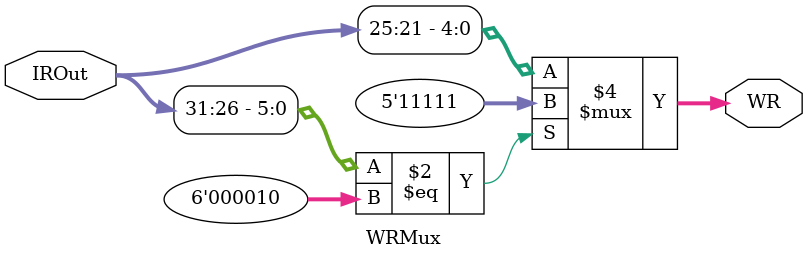
<source format=v>
`timescale 1ns / 1ps

module WRMux(WR, IROut
    );
//OUTPUTS------------------------
	output reg [4:0] WR;
//INPUTS-------------------------
	input [31:0] IROut;
//OTHER--------------------------
//CODE---------------------------

always @(*) begin
	if (IROut[31:26] == 6'b 000010)
		WR = 5'b 11111;
	else 
		WR = IROut[25:21];
end
endmodule

</source>
